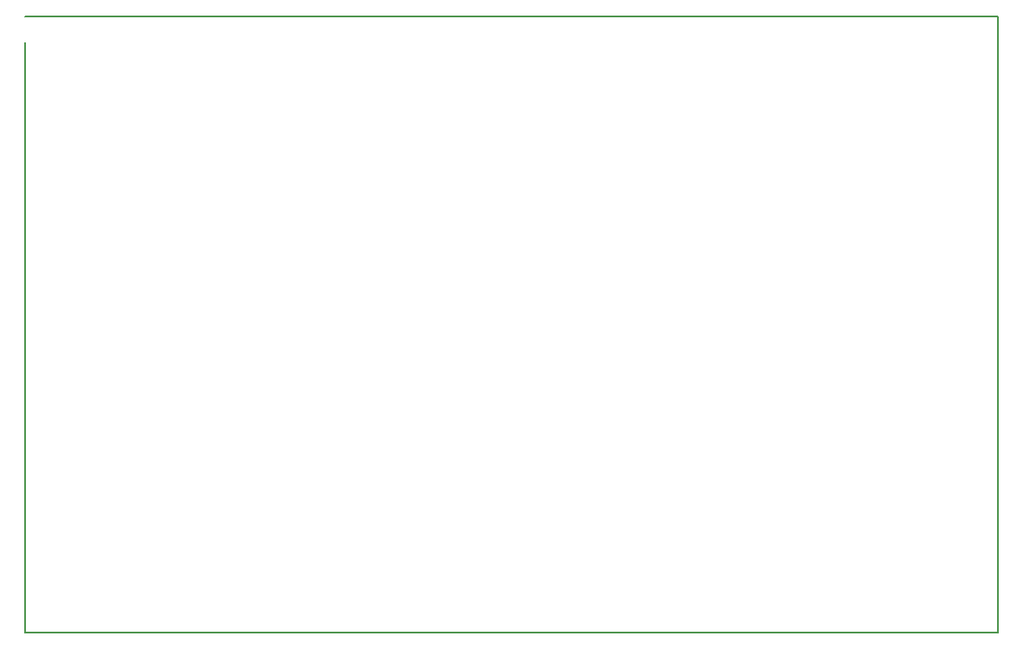
<source format=gbr>
%TF.GenerationSoftware,KiCad,Pcbnew,(5.1.6)-1*%
%TF.CreationDate,2020-11-22T13:37:39-05:00*%
%TF.ProjectId,GLV_BOBV6,474c565f-424f-4425-9636-2e6b69636164,rev?*%
%TF.SameCoordinates,Original*%
%TF.FileFunction,Profile,NP*%
%FSLAX46Y46*%
G04 Gerber Fmt 4.6, Leading zero omitted, Abs format (unit mm)*
G04 Created by KiCad (PCBNEW (5.1.6)-1) date 2020-11-22 13:37:39*
%MOMM*%
%LPD*%
G01*
G04 APERTURE LIST*
%TA.AperFunction,Profile*%
%ADD10C,0.150000*%
%TD*%
G04 APERTURE END LIST*
D10*
X212725000Y-15875000D02*
X117475000Y-15875000D01*
X212725000Y-76200000D02*
X212725000Y-15875000D01*
X117475000Y-76200000D02*
X212725000Y-76200000D01*
X117475000Y-18415000D02*
X117475000Y-76200000D01*
M02*

</source>
